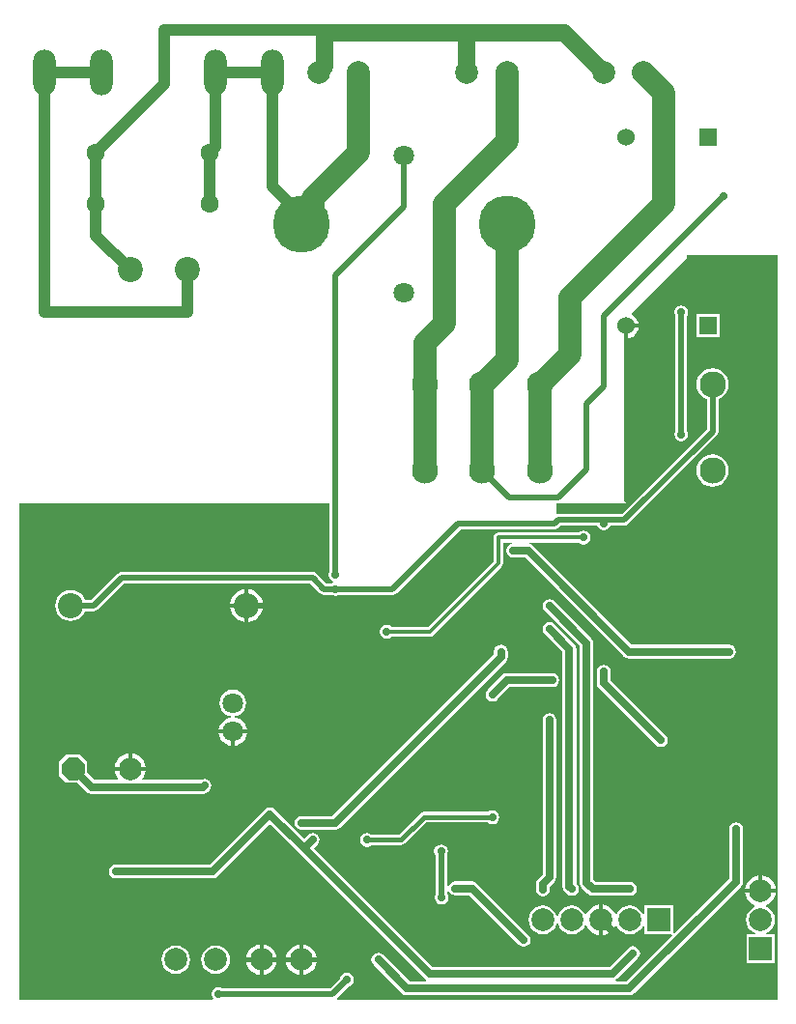
<source format=gbl>
G04 Layer_Physical_Order=2*
G04 Layer_Color=16711680*
%FSLAX25Y25*%
%MOIN*%
G70*
G01*
G75*
%ADD29C,0.02756*%
%ADD30C,0.01378*%
%ADD31C,0.01968*%
%ADD32C,0.03937*%
%ADD33C,0.07874*%
%ADD34C,0.01575*%
%ADD38C,0.05905*%
%ADD41C,0.07874*%
%ADD42R,0.07874X0.07874*%
%ADD43R,0.07874X0.07874*%
%ADD44O,0.07874X0.15748*%
%ADD45R,0.06000X0.06000*%
%ADD46C,0.06000*%
%ADD47C,0.19685*%
%ADD48C,0.07087*%
%ADD49C,0.06299*%
%ADD50P,0.08523X8X22.5*%
%ADD51C,0.08661*%
%ADD52C,0.09055*%
%ADD53C,0.02756*%
G36*
X262776Y1003D02*
X110778D01*
X110626Y1503D01*
X110671Y1534D01*
X114710Y5572D01*
X115095Y5649D01*
X115876Y6171D01*
X116398Y6952D01*
X116582Y7874D01*
X116398Y8796D01*
X115876Y9577D01*
X115095Y10099D01*
X114173Y10283D01*
X113251Y10099D01*
X112470Y9577D01*
X111948Y8796D01*
X111872Y8411D01*
X108421Y4960D01*
X71130D01*
X70804Y5178D01*
X69882Y5361D01*
X68960Y5178D01*
X68179Y4656D01*
X67657Y3875D01*
X67473Y2953D01*
X67657Y2031D01*
X68009Y1503D01*
X67742Y1003D01*
X1003D01*
Y172244D01*
X108229D01*
Y148886D01*
X108011Y148559D01*
X107828Y147638D01*
X108011Y146716D01*
X108533Y145935D01*
X109252Y145455D01*
X109293Y145207D01*
X109262Y144913D01*
X109008Y144743D01*
X107111D01*
X103781Y148073D01*
X103130Y148508D01*
X102362Y148661D01*
X36417D01*
X35649Y148508D01*
X34998Y148073D01*
X25940Y139015D01*
X23819D01*
X23540Y139688D01*
X22688Y140798D01*
X21578Y141650D01*
X20285Y142186D01*
X18898Y142369D01*
X17510Y142186D01*
X16217Y141650D01*
X15107Y140798D01*
X14255Y139688D01*
X13720Y138395D01*
X13537Y137008D01*
X13720Y135620D01*
X14255Y134327D01*
X15107Y133217D01*
X16217Y132365D01*
X17510Y131830D01*
X18898Y131647D01*
X20285Y131830D01*
X21578Y132365D01*
X22688Y133217D01*
X23540Y134327D01*
X23819Y135001D01*
X26772D01*
X27540Y135154D01*
X28191Y135589D01*
X37249Y144647D01*
X101531D01*
X104860Y141317D01*
X105511Y140882D01*
X106280Y140729D01*
X109008D01*
X109334Y140511D01*
X110256Y140328D01*
X111178Y140511D01*
X111504Y140729D01*
X129941D01*
X130709Y140882D01*
X131360Y141317D01*
X153390Y163347D01*
X185855D01*
X186623Y163500D01*
X187274Y163935D01*
X187839Y164500D01*
X200517D01*
X200531Y164433D01*
X201053Y163651D01*
X201834Y163129D01*
X202756Y162946D01*
X203678Y163129D01*
X204459Y163651D01*
X204981Y164433D01*
X204995Y164500D01*
X209815D01*
X210583Y164653D01*
X211234Y165088D01*
X241734Y195589D01*
X242169Y196240D01*
X242322Y197008D01*
Y208172D01*
X243095Y208492D01*
X244246Y209376D01*
X245129Y210527D01*
X245685Y211868D01*
X245874Y213307D01*
X245685Y214746D01*
X245129Y216087D01*
X244246Y217238D01*
X243095Y218122D01*
X241754Y218677D01*
X240315Y218866D01*
X238876Y218677D01*
X237535Y218122D01*
X236384Y217238D01*
X235500Y216087D01*
X234945Y214746D01*
X234756Y213307D01*
X234945Y211868D01*
X235500Y210527D01*
X236384Y209376D01*
X237535Y208492D01*
X238308Y208172D01*
Y197839D01*
X208983Y168515D01*
X187008D01*
X186831Y168479D01*
X186444Y168797D01*
Y171260D01*
X186356Y171705D01*
X186620Y172205D01*
X187008D01*
X187202Y172244D01*
X210630D01*
X209646Y173228D01*
Y228773D01*
X209745Y228860D01*
Y233464D01*
X210434D01*
Y234153D01*
X214759D01*
X214699Y234607D01*
X214258Y235672D01*
X213556Y236587D01*
X212641Y237288D01*
X212390Y237392D01*
X212292Y237883D01*
X231299Y256890D01*
Y257874D01*
X262776D01*
Y1003D01*
D02*
G37*
%LPC*%
G36*
X146653Y54574D02*
X145732Y54391D01*
X144950Y53868D01*
X144428Y53087D01*
X144245Y52165D01*
X144428Y51244D01*
X144843Y50623D01*
Y37468D01*
X144625Y37142D01*
X144442Y36220D01*
X144625Y35299D01*
X145147Y34517D01*
X145929Y33995D01*
X146850Y33812D01*
X147772Y33995D01*
X148553Y34517D01*
X149075Y35299D01*
X149259Y36220D01*
X149075Y37142D01*
X148857Y37468D01*
Y38360D01*
X149350Y38448D01*
X149872Y37667D01*
X150653Y37145D01*
X151575Y36962D01*
X156483D01*
X173494Y19951D01*
X174275Y19428D01*
X175197Y19245D01*
X176119Y19428D01*
X176900Y19951D01*
X177422Y20732D01*
X177605Y21654D01*
X177422Y22575D01*
X176900Y23357D01*
X159183Y41073D01*
X158402Y41595D01*
X157480Y41779D01*
X151575D01*
X150653Y41595D01*
X149872Y41073D01*
X149350Y40292D01*
X148857Y40380D01*
Y51212D01*
X148879Y51244D01*
X149062Y52165D01*
X148879Y53087D01*
X148357Y53868D01*
X147575Y54391D01*
X146653Y54574D01*
D02*
G37*
G36*
X201083Y33813D02*
X200384Y33722D01*
X199091Y33186D01*
X197981Y32334D01*
X197129Y31224D01*
X196829Y30500D01*
X196288D01*
X196070Y31025D01*
X195282Y32053D01*
X194254Y32842D01*
X193056Y33338D01*
X191772Y33507D01*
X190487Y33338D01*
X189290Y32842D01*
X188262Y32053D01*
X187473Y31025D01*
X187028Y29952D01*
X187028Y29952D01*
X186516D01*
X186515Y29952D01*
X186070Y31025D01*
X185282Y32053D01*
X184254Y32842D01*
X183056Y33338D01*
X181772Y33507D01*
X180487Y33338D01*
X179290Y32842D01*
X178262Y32053D01*
X177473Y31025D01*
X176977Y29828D01*
X176808Y28543D01*
X176977Y27259D01*
X177473Y26061D01*
X178262Y25033D01*
X179290Y24245D01*
X180487Y23749D01*
X181772Y23580D01*
X183056Y23749D01*
X184254Y24245D01*
X185282Y25033D01*
X186070Y26061D01*
X186515Y27135D01*
X186516Y27135D01*
X187028D01*
X187028Y27135D01*
X187473Y26061D01*
X188262Y25033D01*
X189290Y24245D01*
X190487Y23749D01*
X191772Y23580D01*
X193056Y23749D01*
X194254Y24245D01*
X195282Y25033D01*
X196070Y26061D01*
X196288Y26587D01*
X196829D01*
X197129Y25863D01*
X197981Y24753D01*
X199091Y23901D01*
X200384Y23365D01*
X201083Y23273D01*
Y28543D01*
Y33813D01*
D02*
G37*
G36*
X97736Y20034D02*
X97038Y19942D01*
X95745Y19406D01*
X94634Y18554D01*
X93783Y17444D01*
X93247Y16151D01*
X93155Y15453D01*
X97736D01*
Y20034D01*
D02*
G37*
G36*
X99114D02*
Y15453D01*
X103695D01*
X103603Y16151D01*
X103068Y17444D01*
X102216Y18554D01*
X101106Y19406D01*
X99813Y19942D01*
X99114Y20034D01*
D02*
G37*
G36*
X184055Y99849D02*
X183133Y99666D01*
X182352Y99144D01*
X181830Y98363D01*
X181647Y97441D01*
Y44305D01*
X180069Y42727D01*
X179546Y41945D01*
X179363Y41024D01*
Y39055D01*
X179546Y38133D01*
X180069Y37352D01*
X180850Y36830D01*
X181772Y36647D01*
X182693Y36830D01*
X183475Y37352D01*
X183997Y38133D01*
X184180Y39055D01*
Y40026D01*
X185758Y41604D01*
X186280Y42385D01*
X186464Y43307D01*
Y97441D01*
X186280Y98363D01*
X185758Y99144D01*
X184977Y99666D01*
X184055Y99849D01*
D02*
G37*
G36*
X184055Y139219D02*
X183133Y139036D01*
X182352Y138514D01*
X181830Y137733D01*
X181647Y136811D01*
X181830Y135889D01*
X182352Y135108D01*
X194442Y123018D01*
Y41339D01*
X194625Y40417D01*
X195147Y39636D01*
X197273Y37510D01*
X198055Y36988D01*
X198976Y36804D01*
X211772D01*
X212693Y36988D01*
X213475Y37510D01*
X213997Y38291D01*
X214180Y39213D01*
X213997Y40134D01*
X213475Y40916D01*
X212693Y41438D01*
X211772Y41621D01*
X199974D01*
X199259Y42336D01*
Y124016D01*
X199075Y124937D01*
X198553Y125719D01*
X185758Y138514D01*
X184977Y139036D01*
X184055Y139219D01*
D02*
G37*
G36*
X256201Y43813D02*
X255502Y43722D01*
X254209Y43186D01*
X253099Y42334D01*
X252247Y41224D01*
X251712Y39931D01*
X251620Y39232D01*
X256201D01*
Y43813D01*
D02*
G37*
G36*
X257579D02*
Y39232D01*
X262160D01*
X262068Y39931D01*
X261532Y41224D01*
X260680Y42334D01*
X259570Y43186D01*
X258277Y43722D01*
X257579Y43813D01*
D02*
G37*
G36*
X184055Y131345D02*
X183133Y131162D01*
X182352Y130640D01*
X181830Y129859D01*
X181647Y128937D01*
X181830Y128015D01*
X182352Y127234D01*
X188536Y121050D01*
Y40039D01*
X188720Y39118D01*
X189242Y38336D01*
X190069Y37510D01*
X190850Y36988D01*
X191772Y36804D01*
X192693Y36988D01*
X193475Y37510D01*
X193997Y38291D01*
X194180Y39213D01*
X193997Y40134D01*
X193475Y40916D01*
X193353Y41037D01*
Y122047D01*
X193170Y122969D01*
X192648Y123750D01*
X185758Y130640D01*
X184977Y131162D01*
X184055Y131345D01*
D02*
G37*
G36*
X85335Y20034D02*
Y15453D01*
X89916D01*
X89824Y16151D01*
X89288Y17444D01*
X88436Y18554D01*
X87326Y19406D01*
X86033Y19942D01*
X85335Y20034D01*
D02*
G37*
G36*
X89916Y14075D02*
X85335D01*
Y9494D01*
X86033Y9586D01*
X87326Y10121D01*
X88436Y10973D01*
X89288Y12083D01*
X89824Y13376D01*
X89916Y14075D01*
D02*
G37*
G36*
X97736D02*
X93155D01*
X93247Y13376D01*
X93783Y12083D01*
X94634Y10973D01*
X95745Y10121D01*
X97038Y9586D01*
X97736Y9494D01*
Y14075D01*
D02*
G37*
G36*
X87598Y67369D02*
X86677Y67186D01*
X85895Y66664D01*
X66916Y47684D01*
X34449D01*
X33527Y47501D01*
X32746Y46979D01*
X32224Y46197D01*
X32040Y45276D01*
X32224Y44354D01*
X32746Y43573D01*
X33527Y43050D01*
X34449Y42867D01*
X67913D01*
X68835Y43050D01*
X69616Y43573D01*
X87598Y61554D01*
X97706Y51447D01*
X97706Y51446D01*
X141014Y8140D01*
X141477Y7830D01*
X141325Y7330D01*
X135840D01*
X126703Y16467D01*
X125922Y16989D01*
X125000Y17172D01*
X124078Y16989D01*
X123297Y16467D01*
X122775Y15686D01*
X122591Y14764D01*
X122775Y13842D01*
X123297Y13061D01*
X133140Y3218D01*
X133921Y2696D01*
X134843Y2513D01*
X211614D01*
X212536Y2696D01*
X213317Y3218D01*
X250128Y40029D01*
X250650Y40811D01*
X250834Y41732D01*
Y59842D01*
X250650Y60764D01*
X250128Y61546D01*
X249347Y62068D01*
X248425Y62251D01*
X247503Y62068D01*
X246722Y61546D01*
X246200Y60764D01*
X246017Y59842D01*
Y42730D01*
X227193Y23906D01*
X226693Y24113D01*
Y33465D01*
X216850D01*
Y30449D01*
X216350Y30349D01*
X216070Y31025D01*
X215282Y32053D01*
X214253Y32842D01*
X213056Y33338D01*
X211772Y33507D01*
X210487Y33338D01*
X209290Y32842D01*
X208262Y32053D01*
X207473Y31025D01*
X207255Y30500D01*
X206714D01*
X206414Y31224D01*
X205562Y32334D01*
X204452Y33186D01*
X203159Y33722D01*
X202461Y33813D01*
Y28543D01*
Y23273D01*
X203159Y23365D01*
X204452Y23901D01*
X205562Y24753D01*
X206414Y25863D01*
X206714Y26587D01*
X207255D01*
X207473Y26061D01*
X208262Y25033D01*
X209290Y24245D01*
X210487Y23749D01*
X211772Y23580D01*
X213056Y23749D01*
X214253Y24245D01*
X215282Y25033D01*
X216070Y26061D01*
X216350Y26737D01*
X216850Y26638D01*
Y23622D01*
X226202D01*
X226409Y23122D01*
X210617Y7330D01*
X207100D01*
X206948Y7830D01*
X207412Y8140D01*
X214616Y15344D01*
X215139Y16126D01*
X215322Y17047D01*
X215139Y17969D01*
X214616Y18750D01*
X213835Y19272D01*
X212913Y19456D01*
X211992Y19272D01*
X211210Y18750D01*
X204711Y12251D01*
X143714D01*
X102816Y53150D01*
X104065Y54399D01*
X104587Y55181D01*
X104771Y56102D01*
X104587Y57024D01*
X104065Y57805D01*
X103284Y58328D01*
X102362Y58511D01*
X101441Y58328D01*
X100659Y57805D01*
X99410Y56556D01*
X89302Y66664D01*
X88520Y67186D01*
X87598Y67369D01*
D02*
G37*
G36*
X83957Y14075D02*
X79376D01*
X79467Y13376D01*
X80003Y12083D01*
X80855Y10973D01*
X81965Y10121D01*
X83258Y9586D01*
X83957Y9494D01*
Y14075D01*
D02*
G37*
G36*
X103695D02*
X99114D01*
Y9494D01*
X99813Y9586D01*
X101106Y10121D01*
X102216Y10973D01*
X103068Y12083D01*
X103603Y13376D01*
X103695Y14075D01*
D02*
G37*
G36*
X262160Y37854D02*
X256890D01*
X251620D01*
X251712Y37156D01*
X252247Y35863D01*
X253099Y34753D01*
X254209Y33901D01*
X254933Y33601D01*
Y33060D01*
X254408Y32842D01*
X253380Y32053D01*
X252591Y31025D01*
X252095Y29828D01*
X251926Y28543D01*
X252095Y27259D01*
X252591Y26061D01*
X253380Y25033D01*
X254408Y24245D01*
X255084Y23965D01*
X254984Y23465D01*
X251969D01*
Y13622D01*
X261811D01*
Y23465D01*
X258795D01*
X258696Y23965D01*
X259372Y24245D01*
X260400Y25033D01*
X261189Y26061D01*
X261684Y27259D01*
X261854Y28543D01*
X261684Y29828D01*
X261189Y31025D01*
X260400Y32053D01*
X259372Y32842D01*
X258846Y33060D01*
Y33601D01*
X259570Y33901D01*
X260680Y34753D01*
X261532Y35863D01*
X262068Y37156D01*
X262160Y37854D01*
D02*
G37*
G36*
X83957Y20034D02*
X83258Y19942D01*
X81965Y19406D01*
X80855Y18554D01*
X80003Y17444D01*
X79467Y16151D01*
X79376Y15453D01*
X83957D01*
Y20034D01*
D02*
G37*
G36*
X55118Y19727D02*
X53833Y19558D01*
X52636Y19062D01*
X51608Y18274D01*
X50819Y17246D01*
X50323Y16048D01*
X50154Y14764D01*
X50323Y13479D01*
X50819Y12282D01*
X51608Y11254D01*
X52636Y10465D01*
X53833Y9969D01*
X55118Y9800D01*
X56403Y9969D01*
X57600Y10465D01*
X58628Y11254D01*
X59417Y12282D01*
X59913Y13479D01*
X60082Y14764D01*
X59913Y16048D01*
X59417Y17246D01*
X58628Y18274D01*
X57600Y19062D01*
X56403Y19558D01*
X55118Y19727D01*
D02*
G37*
G36*
X68898D02*
X67613Y19558D01*
X66416Y19062D01*
X65388Y18274D01*
X64599Y17246D01*
X64103Y16048D01*
X63934Y14764D01*
X64103Y13479D01*
X64599Y12282D01*
X65388Y11254D01*
X66416Y10465D01*
X67613Y9969D01*
X68898Y9800D01*
X70182Y9969D01*
X71380Y10465D01*
X72408Y11254D01*
X73196Y12282D01*
X73692Y13479D01*
X73861Y14764D01*
X73692Y16048D01*
X73196Y17246D01*
X72408Y18274D01*
X71380Y19062D01*
X70182Y19558D01*
X68898Y19727D01*
D02*
G37*
G36*
X78839Y142675D02*
X78037Y142570D01*
X76649Y141994D01*
X75456Y141079D01*
X74541Y139887D01*
X73966Y138498D01*
X73860Y137697D01*
X78839D01*
Y142675D01*
D02*
G37*
G36*
X80216Y142675D02*
Y137697D01*
X85195D01*
X85089Y138498D01*
X84514Y139887D01*
X83599Y141079D01*
X82407Y141994D01*
X81018Y142570D01*
X80216Y142675D01*
D02*
G37*
G36*
X85195Y136319D02*
X80216D01*
Y131341D01*
X81018Y131446D01*
X82407Y132021D01*
X83599Y132936D01*
X84514Y134129D01*
X85089Y135518D01*
X85195Y136319D01*
D02*
G37*
G36*
X78839D02*
X73860D01*
X73966Y135518D01*
X74541Y134129D01*
X75456Y132936D01*
X76649Y132021D01*
X78037Y131446D01*
X78839Y131341D01*
Y136319D01*
D02*
G37*
G36*
X195866Y162842D02*
X194945Y162658D01*
X194167Y162139D01*
X166339D01*
X165686Y162009D01*
X165132Y161639D01*
X164762Y161086D01*
X164633Y160433D01*
Y152281D01*
X142010Y129659D01*
X129651D01*
X128875Y130178D01*
X127953Y130361D01*
X127031Y130178D01*
X126250Y129656D01*
X125728Y128875D01*
X125544Y127953D01*
X125728Y127031D01*
X126250Y126250D01*
X127031Y125728D01*
X127953Y125544D01*
X128875Y125728D01*
X129651Y126247D01*
X142717D01*
X143369Y126377D01*
X143923Y126746D01*
X167545Y150368D01*
X167915Y150922D01*
X168045Y151575D01*
Y158727D01*
X171069D01*
X171118Y158227D01*
X170633Y158131D01*
X169852Y157609D01*
X169330Y156827D01*
X169147Y155905D01*
X169330Y154984D01*
X169852Y154202D01*
X170633Y153680D01*
X171555Y153497D01*
X175774D01*
X209911Y119360D01*
X210693Y118838D01*
X211614Y118655D01*
X246063D01*
X246985Y118838D01*
X247766Y119360D01*
X248288Y120141D01*
X248471Y121063D01*
X248288Y121985D01*
X247766Y122766D01*
X246985Y123288D01*
X246063Y123471D01*
X212612D01*
X178475Y157609D01*
X177693Y158131D01*
X177209Y158227D01*
X177258Y158727D01*
X194167D01*
X194945Y158208D01*
X195866Y158025D01*
X196788Y158208D01*
X197569Y158730D01*
X198091Y159511D01*
X198275Y160433D01*
X198091Y161355D01*
X197569Y162136D01*
X196788Y162658D01*
X195866Y162842D01*
D02*
G37*
G36*
X214759Y232775D02*
X211122D01*
Y229139D01*
X211576Y229199D01*
X212641Y229640D01*
X213556Y230342D01*
X214258Y231256D01*
X214699Y232321D01*
X214759Y232775D01*
D02*
G37*
G36*
X242764Y237449D02*
X234795D01*
Y229481D01*
X242764D01*
Y237449D01*
D02*
G37*
G36*
X240315Y189103D02*
X238876Y188913D01*
X237535Y188358D01*
X236384Y187474D01*
X235500Y186323D01*
X234945Y184982D01*
X234756Y183543D01*
X234945Y182104D01*
X235500Y180764D01*
X236384Y179612D01*
X237535Y178729D01*
X238876Y178173D01*
X240315Y177984D01*
X241754Y178173D01*
X243095Y178729D01*
X244246Y179612D01*
X245129Y180764D01*
X245685Y182104D01*
X245874Y183543D01*
X245685Y184982D01*
X245129Y186323D01*
X244246Y187474D01*
X243095Y188358D01*
X241754Y188913D01*
X240315Y189103D01*
D02*
G37*
G36*
X229528Y240598D02*
X228606Y240414D01*
X227824Y239892D01*
X227302Y239111D01*
X227119Y238189D01*
X227302Y237267D01*
X227520Y236941D01*
Y197311D01*
X227302Y196985D01*
X227119Y196063D01*
X227302Y195141D01*
X227824Y194360D01*
X228606Y193838D01*
X229528Y193655D01*
X230449Y193838D01*
X231231Y194360D01*
X231753Y195141D01*
X231936Y196063D01*
X231753Y196985D01*
X231535Y197311D01*
Y236941D01*
X231753Y237267D01*
X231936Y238189D01*
X231753Y239111D01*
X231231Y239892D01*
X230449Y240414D01*
X229528Y240598D01*
D02*
G37*
G36*
X185039Y113629D02*
X169291D01*
X168370Y113446D01*
X167588Y112924D01*
X162667Y108002D01*
X162145Y107221D01*
X161962Y106299D01*
X162145Y105377D01*
X162667Y104596D01*
X163448Y104074D01*
X164370Y103891D01*
X165292Y104074D01*
X166073Y104596D01*
X170289Y108812D01*
X185039D01*
X185961Y108995D01*
X186742Y109517D01*
X187265Y110299D01*
X187448Y111221D01*
X187265Y112142D01*
X186742Y112924D01*
X185961Y113446D01*
X185039Y113629D01*
D02*
G37*
G36*
X22146Y85630D02*
X17224D01*
X14764Y83169D01*
Y78248D01*
X17224Y75787D01*
X21200D01*
X24281Y72706D01*
X25063Y72184D01*
X25984Y72001D01*
X64567D01*
X65489Y72184D01*
X66270Y72706D01*
X66664Y73100D01*
X67186Y73882D01*
X67369Y74803D01*
X67186Y75725D01*
X66664Y76506D01*
X65882Y77028D01*
X64961Y77212D01*
X64039Y77028D01*
X63724Y76818D01*
X43714D01*
X43468Y77318D01*
X44013Y78028D01*
X44548Y79321D01*
X44640Y80020D01*
X34100D01*
X34192Y79321D01*
X34727Y78028D01*
X35272Y77318D01*
X35026Y76818D01*
X26982D01*
X24606Y79194D01*
Y83169D01*
X22146Y85630D01*
D02*
G37*
G36*
X38681Y85979D02*
X37983Y85887D01*
X36690Y85351D01*
X35579Y84499D01*
X34727Y83389D01*
X34192Y82096D01*
X34100Y81398D01*
X38681D01*
Y85979D01*
D02*
G37*
G36*
X167323Y123471D02*
X166401Y123288D01*
X165620Y122766D01*
X165098Y121985D01*
X164914Y121063D01*
Y120092D01*
X109239Y64416D01*
X98425D01*
X97504Y64233D01*
X96722Y63711D01*
X96200Y62930D01*
X96017Y62008D01*
X96200Y61086D01*
X96722Y60305D01*
X97504Y59783D01*
X98425Y59599D01*
X110236D01*
X111158Y59783D01*
X111939Y60305D01*
X169026Y117391D01*
X169548Y118173D01*
X169731Y119095D01*
Y121063D01*
X169548Y121985D01*
X169026Y122766D01*
X168245Y123288D01*
X167323Y123471D01*
D02*
G37*
G36*
X164370Y66385D02*
X163448Y66202D01*
X162822Y65783D01*
X140748D01*
X140057Y65645D01*
X139471Y65254D01*
X132126Y57909D01*
X122611D01*
X121985Y58328D01*
X121063Y58511D01*
X120141Y58328D01*
X119360Y57805D01*
X118838Y57024D01*
X118655Y56102D01*
X118838Y55181D01*
X119360Y54399D01*
X120141Y53877D01*
X121063Y53694D01*
X121985Y53877D01*
X122611Y54296D01*
X132874D01*
X133565Y54434D01*
X134151Y54825D01*
X141496Y62170D01*
X162822D01*
X163448Y61751D01*
X164370Y61568D01*
X165292Y61751D01*
X166073Y62273D01*
X166595Y63055D01*
X166779Y63976D01*
X166595Y64898D01*
X166073Y65679D01*
X165292Y66202D01*
X164370Y66385D01*
D02*
G37*
G36*
X40059Y85979D02*
Y81398D01*
X44640D01*
X44548Y82096D01*
X44013Y83389D01*
X43161Y84499D01*
X42050Y85351D01*
X40758Y85887D01*
X40059Y85979D01*
D02*
G37*
G36*
X74114Y92815D02*
X69930D01*
X70009Y92219D01*
X70504Y91022D01*
X71293Y89994D01*
X72321Y89205D01*
X73518Y88709D01*
X74114Y88631D01*
Y92815D01*
D02*
G37*
G36*
X74803Y107913D02*
X73621Y107757D01*
X72520Y107301D01*
X71574Y106576D01*
X70848Y105630D01*
X70392Y104528D01*
X70236Y103347D01*
X70392Y102164D01*
X70848Y101063D01*
X71574Y100117D01*
X72520Y99392D01*
X73621Y98935D01*
X74073Y98876D01*
Y98372D01*
X73518Y98299D01*
X72321Y97803D01*
X71293Y97014D01*
X70504Y95986D01*
X70009Y94789D01*
X69930Y94193D01*
X74803D01*
X79676D01*
X79598Y94789D01*
X79102Y95986D01*
X78313Y97014D01*
X77285Y97803D01*
X76088Y98299D01*
X75533Y98372D01*
Y98876D01*
X75985Y98935D01*
X77087Y99392D01*
X78032Y100117D01*
X78758Y101063D01*
X79214Y102164D01*
X79370Y103347D01*
X79214Y104528D01*
X78758Y105630D01*
X78032Y106576D01*
X77087Y107301D01*
X75985Y107757D01*
X74803Y107913D01*
D02*
G37*
G36*
X202756Y116582D02*
X201834Y116398D01*
X201053Y115876D01*
X200531Y115095D01*
X200347Y114173D01*
Y110236D01*
X200531Y109315D01*
X201053Y108533D01*
X220738Y88848D01*
X221519Y88326D01*
X222441Y88143D01*
X223363Y88326D01*
X224144Y88848D01*
X224666Y89630D01*
X224849Y90551D01*
X224666Y91473D01*
X224144Y92254D01*
X205164Y111234D01*
Y114173D01*
X204981Y115095D01*
X204459Y115876D01*
X203678Y116398D01*
X202756Y116582D01*
D02*
G37*
G36*
X79676Y92815D02*
X75492D01*
Y88631D01*
X76088Y88709D01*
X77285Y89205D01*
X78313Y89994D01*
X79102Y91022D01*
X79598Y92219D01*
X79676Y92815D01*
D02*
G37*
%LPD*%
D29*
X99410Y53150D02*
X102362Y56102D01*
X87598Y64961D02*
X99410Y53150D01*
X151575Y39370D02*
X157480D01*
X99410Y53150D02*
X142717Y9843D01*
X64567Y74409D02*
X64961Y74803D01*
X25984Y74409D02*
X64567D01*
X19685Y80709D02*
X25984Y74409D01*
X190945Y40039D02*
Y122047D01*
X184055Y128937D02*
X190945Y122047D01*
X169291Y111221D02*
X185039D01*
X176772Y155905D02*
X211614Y121063D01*
X171555Y155905D02*
X176772D01*
X181772Y39055D02*
Y41024D01*
X211614Y121063D02*
X246063D01*
X142717Y9843D02*
X205709D01*
X34449Y45276D02*
X67913D01*
X87598Y64961D01*
X76968Y61221D02*
Y81496D01*
X157480Y39370D02*
X175197Y21654D01*
X103347Y118110D02*
X120079Y101378D01*
Y94488D02*
Y101378D01*
X181772Y41024D02*
X184055Y43307D01*
Y97441D01*
X202756Y110236D02*
X222441Y90551D01*
X202756Y110236D02*
Y114173D01*
X190945Y40039D02*
X191772Y39213D01*
X196850Y41339D02*
X198976Y39213D01*
X196850Y41339D02*
Y124016D01*
X184055Y136811D02*
X196850Y124016D01*
X164370Y106299D02*
X169291Y111221D01*
X125000Y14764D02*
X134843Y4921D01*
X211614D01*
X205709Y9843D02*
X212913Y17047D01*
X215565Y19685D02*
X219488D01*
X214463Y20787D02*
X215565Y19685D01*
X209528Y20787D02*
X214463D01*
X201772Y28543D02*
X209528Y20787D01*
X248425Y41732D02*
Y59842D01*
X211614Y4921D02*
X248425Y41732D01*
X98425Y62008D02*
X110236D01*
X167323Y119095D01*
Y121063D01*
X72835Y85630D02*
X76968Y81496D01*
X215551Y68898D02*
X218504Y65945D01*
X198976Y39213D02*
X211772D01*
X218504Y65945D02*
X248425D01*
D30*
X166339Y160433D02*
X195866D01*
X166339Y151575D02*
Y160433D01*
X142717Y127953D02*
X166339Y151575D01*
X127953Y127953D02*
X142717D01*
D31*
X146850Y36220D02*
Y51968D01*
X109252Y2953D02*
X114173Y7874D01*
X69882Y2953D02*
X109252D01*
X202756Y165354D02*
Y166507D01*
X209815D02*
X240315Y197008D01*
X187008Y174213D02*
X196850Y184055D01*
X170276Y174213D02*
X187008D01*
X160945Y183543D02*
X170276Y174213D01*
X185855Y165354D02*
X187008Y166507D01*
X229528Y196063D02*
Y238189D01*
X240315Y197008D02*
Y213307D01*
X152559Y165354D02*
X185855D01*
X129941Y142736D02*
X152559Y165354D01*
X110256Y142736D02*
X129941D01*
X257087Y148213D02*
X260827Y144473D01*
X106280Y142736D02*
X110256D01*
X102362Y146653D02*
X106280Y142736D01*
X36417Y146653D02*
X102362D01*
X26772Y137008D02*
X36417Y146653D01*
X18898Y137008D02*
X26772D01*
X140945D02*
X146653Y142717D01*
X133858Y274606D02*
Y292323D01*
X110236Y250984D02*
X133858Y274606D01*
X110236Y147638D02*
Y250984D01*
X146653Y52165D02*
X146850Y51968D01*
X79528Y137008D02*
X140945D01*
X196850Y206693D02*
X202756Y212598D01*
Y237008D01*
X244094Y278346D01*
X202756Y166507D02*
X209815D01*
X187008D02*
X202756D01*
X196850Y184055D02*
Y206693D01*
X257087Y148213D02*
Y209842D01*
D32*
X9843Y320866D02*
X29528D01*
Y316929D02*
Y320866D01*
X27559Y264567D02*
X39370Y252756D01*
X27559Y264567D02*
Y275590D01*
Y293307D01*
X68898Y320866D02*
X88583D01*
X27559Y293307D02*
X51181Y316929D01*
X68898Y295276D02*
Y320866D01*
X66929Y293307D02*
X68898Y295276D01*
X66929Y275590D02*
Y293307D01*
X88583Y281496D02*
Y320866D01*
X59055Y238189D02*
Y252756D01*
X51181Y316929D02*
Y335630D01*
X107283D02*
X108268Y334646D01*
X51181Y335630D02*
X107283D01*
X9843Y238189D02*
X59055D01*
X9843D02*
Y320866D01*
X88583Y281496D02*
X102362Y267717D01*
D33*
X160945Y198031D02*
Y213307D01*
X118110Y314567D02*
Y320866D01*
Y307087D02*
Y314567D01*
Y293307D02*
Y299213D01*
Y307087D01*
X114961Y290158D02*
X118110Y293307D01*
X102362Y277559D02*
X107087Y282283D01*
X114961Y290158D01*
X160945Y213307D02*
X169291Y221654D01*
X147638Y254331D02*
Y264567D01*
X141102Y183543D02*
Y198425D01*
X160945Y183543D02*
Y198031D01*
X169291Y230709D02*
Y244094D01*
Y253543D01*
Y268701D01*
Y297244D02*
Y300000D01*
X147638Y264567D02*
Y275590D01*
X169291Y314961D02*
Y320866D01*
Y300000D02*
Y307480D01*
Y314961D01*
X180787Y213307D02*
Y213366D01*
Y183543D02*
Y196850D01*
X102362Y267717D02*
Y277559D01*
X169291Y221654D02*
Y230709D01*
X180787Y196850D02*
Y213307D01*
X216535Y320866D02*
X223425Y313976D01*
Y307087D02*
Y313976D01*
Y289370D02*
Y307087D01*
Y275590D02*
Y289370D01*
X198819Y250984D02*
X223425Y275590D01*
X191043Y243209D02*
X198819Y250984D01*
X191043Y223622D02*
Y243209D01*
X180787Y213366D02*
X191043Y223622D01*
X141102Y198425D02*
Y213307D01*
X147638Y275590D02*
X169291Y297244D01*
X147638Y234252D02*
Y254331D01*
X141102Y213307D02*
Y227717D01*
X147638Y234252D01*
D34*
X140748Y63976D02*
X164370D01*
X132874Y56102D02*
X140748Y63976D01*
X121063Y56102D02*
X132874D01*
D38*
X104331Y320866D02*
X106299Y322835D01*
Y334646D02*
X108268D01*
X118110D01*
X127953D01*
X137795D01*
X147638D01*
X155512D01*
X157480D01*
X167323D01*
X177165D01*
X187008D01*
X188976D01*
X196850Y326772D01*
X202756Y320866D01*
X106299Y322835D02*
Y327756D01*
X155512Y320866D02*
Y328740D01*
X106299Y327756D02*
Y334646D01*
X155512Y328740D02*
Y334646D01*
D41*
X68898Y14764D02*
D03*
X55118D02*
D03*
X201772Y28543D02*
D03*
X211772D02*
D03*
X191772D02*
D03*
X181772D02*
D03*
X256890D02*
D03*
Y38543D02*
D03*
X98425Y14764D02*
D03*
X84646D02*
D03*
X202756Y320866D02*
D03*
X216535D02*
D03*
X155512D02*
D03*
X169291D02*
D03*
X104331D02*
D03*
X118110D02*
D03*
X39370Y80709D02*
D03*
D42*
X221772Y28543D02*
D03*
D43*
X256890Y18543D02*
D03*
D44*
X88583Y320866D02*
D03*
X68898D02*
D03*
X29528D02*
D03*
X9843D02*
D03*
D45*
X238779Y233465D02*
D03*
Y298425D02*
D03*
D46*
X210434Y233464D02*
D03*
Y298425D02*
D03*
D47*
X169291Y268701D02*
D03*
X98425D02*
D03*
D48*
X133858Y245079D02*
D03*
Y292323D02*
D03*
X74803Y93504D02*
D03*
Y103347D02*
D03*
D49*
X27559Y275590D02*
D03*
X66929D02*
D03*
X27559Y293307D02*
D03*
X66929D02*
D03*
D50*
X19685Y80709D02*
D03*
D51*
X18898Y137008D02*
D03*
X79528D02*
D03*
X39370Y252756D02*
D03*
X59055D02*
D03*
D52*
X160945Y183543D02*
D03*
X180787D02*
D03*
X240315Y213307D02*
D03*
Y183543D02*
D03*
X141102D02*
D03*
X180787Y213307D02*
D03*
X160945D02*
D03*
X141102D02*
D03*
D53*
X164370Y63976D02*
D03*
X102362Y56102D02*
D03*
X121063D02*
D03*
X146850Y36220D02*
D03*
X151575Y39370D02*
D03*
X69882Y2953D02*
D03*
X114173Y7874D02*
D03*
X202756Y165354D02*
D03*
X195866Y160433D02*
D03*
X229528Y196063D02*
D03*
X127953Y127953D02*
D03*
X260827Y144473D02*
D03*
X257087Y209842D02*
D03*
X110256Y142736D02*
D03*
X185039Y111221D02*
D03*
X146653Y142717D02*
D03*
X110236Y147638D02*
D03*
X171555Y155905D02*
D03*
X191772Y39213D02*
D03*
X211772D02*
D03*
X181772Y39055D02*
D03*
X246063Y121063D02*
D03*
X184055Y128937D02*
D03*
Y136811D02*
D03*
X64961Y74803D02*
D03*
X72835Y85630D02*
D03*
X34449Y45276D02*
D03*
X87598Y64961D02*
D03*
X76968Y61221D02*
D03*
X175197Y21654D02*
D03*
X98425Y62008D02*
D03*
X120079Y94488D02*
D03*
X103347Y118110D02*
D03*
X146653Y52165D02*
D03*
X184055Y97441D02*
D03*
X164370Y106299D02*
D03*
X222441Y90551D02*
D03*
X202756Y114173D02*
D03*
X167323Y121063D02*
D03*
X43307Y17717D02*
D03*
X125000Y14764D02*
D03*
X215551Y68898D02*
D03*
X212913Y17047D02*
D03*
X219488Y19685D02*
D03*
X248425Y59842D02*
D03*
Y65945D02*
D03*
X229528Y238189D02*
D03*
X108268Y334646D02*
D03*
X118110D02*
D03*
X127953D02*
D03*
X137795D02*
D03*
X147638D02*
D03*
X157480D02*
D03*
X167323D02*
D03*
X177165D02*
D03*
X187008D02*
D03*
X196850Y326772D02*
D03*
X118110Y314567D02*
D03*
Y307087D02*
D03*
Y299213D02*
D03*
X114961Y290158D02*
D03*
X107087Y282283D02*
D03*
X155512Y283465D02*
D03*
X147638Y275591D02*
D03*
Y264567D02*
D03*
Y254331D02*
D03*
X147244Y244094D02*
D03*
X144882Y231102D02*
D03*
X140551Y221654D02*
D03*
X141102Y198425D02*
D03*
X160945Y198031D02*
D03*
X168898Y222441D02*
D03*
X169291Y230709D02*
D03*
Y244094D02*
D03*
Y253543D02*
D03*
X244094Y278346D02*
D03*
X3937Y3937D02*
D03*
X9842Y15748D02*
D03*
X3937Y27559D02*
D03*
Y51181D02*
D03*
X9842Y62992D02*
D03*
X3937Y74803D02*
D03*
X9842Y86614D02*
D03*
X3937Y98425D02*
D03*
X9842Y110236D02*
D03*
X3937Y122047D02*
D03*
X9842Y133858D02*
D03*
X3937Y145669D02*
D03*
X9842Y157480D02*
D03*
X3937Y169291D02*
D03*
X15748Y3937D02*
D03*
X21653Y62992D02*
D03*
X15748Y74803D02*
D03*
Y98425D02*
D03*
Y145669D02*
D03*
X21653Y157480D02*
D03*
X15748Y169291D02*
D03*
X33464Y39370D02*
D03*
Y62992D02*
D03*
Y86614D02*
D03*
X27559Y98425D02*
D03*
X33464Y110236D02*
D03*
Y133858D02*
D03*
X27559Y145669D02*
D03*
X33464Y157480D02*
D03*
X27559Y169291D02*
D03*
X45275Y39370D02*
D03*
Y62992D02*
D03*
Y86614D02*
D03*
X39370Y98425D02*
D03*
X45275Y110236D02*
D03*
X39370Y122047D02*
D03*
X45275Y133858D02*
D03*
Y157480D02*
D03*
X39370Y169291D02*
D03*
X51181Y27559D02*
D03*
X57086Y39370D02*
D03*
Y62992D02*
D03*
Y86614D02*
D03*
X51181Y98425D02*
D03*
X57086Y110236D02*
D03*
X51181Y122047D02*
D03*
X57086Y133858D02*
D03*
Y157480D02*
D03*
X51181Y169291D02*
D03*
X62992Y3937D02*
D03*
Y27559D02*
D03*
X68897Y39370D02*
D03*
Y86614D02*
D03*
X62992Y98425D02*
D03*
X68897Y110236D02*
D03*
X62992Y122047D02*
D03*
X68897Y133858D02*
D03*
Y157480D02*
D03*
X62992Y169291D02*
D03*
X74803Y27559D02*
D03*
X80708Y39370D02*
D03*
Y86614D02*
D03*
Y110236D02*
D03*
X74803Y122047D02*
D03*
X80708Y157480D02*
D03*
X74803Y169291D02*
D03*
X86614Y27559D02*
D03*
X92519Y39370D02*
D03*
X86614Y74803D02*
D03*
X92519Y110236D02*
D03*
X86614Y122047D02*
D03*
X92519Y133858D02*
D03*
X86614Y169291D02*
D03*
X98425Y27559D02*
D03*
X104331Y39370D02*
D03*
X98425Y74803D02*
D03*
Y98425D02*
D03*
Y122047D02*
D03*
Y169291D02*
D03*
X110236Y51181D02*
D03*
Y122047D02*
D03*
X122047Y3937D02*
D03*
X127953Y39370D02*
D03*
X122047Y51181D02*
D03*
X127953Y86614D02*
D03*
Y110236D02*
D03*
X122047Y122047D02*
D03*
X133858Y27559D02*
D03*
X139764Y39370D02*
D03*
X133858Y51181D02*
D03*
Y74803D02*
D03*
Y98425D02*
D03*
X139764Y110236D02*
D03*
X133858Y122047D02*
D03*
X151575Y157480D02*
D03*
X157480Y122047D02*
D03*
X175197Y39370D02*
D03*
X169291Y51181D02*
D03*
Y74803D02*
D03*
X187008Y39370D02*
D03*
X192913Y145669D02*
D03*
X210630Y62992D02*
D03*
X204724Y74803D02*
D03*
X210630Y86614D02*
D03*
X204724Y98425D02*
D03*
X210630Y110236D02*
D03*
X204724Y122047D02*
D03*
X210630Y133858D02*
D03*
X216535Y3937D02*
D03*
Y51181D02*
D03*
Y74803D02*
D03*
X222441Y110236D02*
D03*
X216535Y145669D02*
D03*
Y192913D02*
D03*
X222441Y204724D02*
D03*
X216535Y216535D02*
D03*
X222441Y228346D02*
D03*
X228346Y3937D02*
D03*
X234252Y15748D02*
D03*
X228346Y27559D02*
D03*
X234252Y86614D02*
D03*
Y110236D02*
D03*
Y133858D02*
D03*
X228346Y145669D02*
D03*
Y169291D02*
D03*
X234252Y204724D02*
D03*
Y251968D02*
D03*
X240157Y3937D02*
D03*
X246063Y15748D02*
D03*
Y62992D02*
D03*
X240157Y74803D02*
D03*
X246063Y86614D02*
D03*
X240157Y98425D02*
D03*
X246063Y110236D02*
D03*
X240157Y169291D02*
D03*
X246063Y204724D02*
D03*
Y228346D02*
D03*
X251968Y3937D02*
D03*
X257874Y157480D02*
D03*
X251968Y169291D02*
D03*
X257874Y204724D02*
D03*
X251968Y216535D02*
D03*
X257874Y228346D02*
D03*
X248031Y151575D02*
D03*
Y143701D02*
D03*
Y147638D02*
D03*
X234154Y137795D02*
D03*
Y142323D02*
D03*
X234055Y146949D02*
D03*
X233858Y151969D02*
D03*
X169291Y300000D02*
D03*
Y314961D02*
D03*
Y307480D02*
D03*
X164567Y292520D02*
D03*
X222146Y316339D02*
D03*
X222441Y307087D02*
D03*
Y299213D02*
D03*
Y289370D02*
D03*
Y280512D02*
D03*
X220472Y272638D02*
D03*
X212598Y265748D02*
D03*
X205709Y258858D02*
D03*
X198819Y250984D02*
D03*
X191929Y244094D02*
D03*
Y235236D02*
D03*
Y225394D02*
D03*
X187008Y219488D02*
D03*
X180787Y196850D02*
D03*
X106299Y327756D02*
D03*
X155512Y328740D02*
D03*
M02*

</source>
